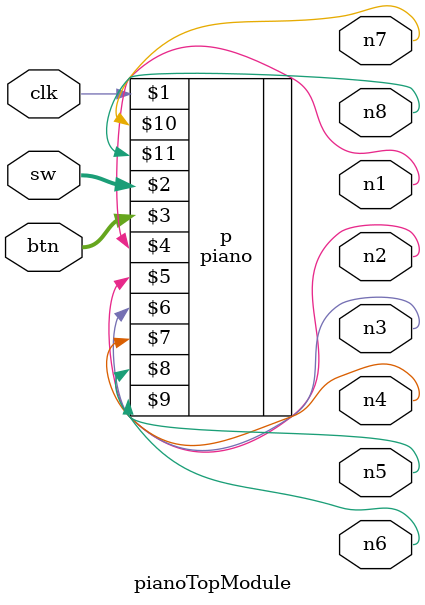
<source format=v>
module pianoTopModule(clk, sw, btn, n1, n2, n3, n4, n5, n6, n7, n8);
input clk;
input[7:0] sw;
input[3:0] btn;
output wire n1, n2, n3, n4, n5, n6, n7, n8;
piano p(clk, sw, btn, n1, n2, n3, n4, n5, n6, n7, n8);
endmodule
</source>
